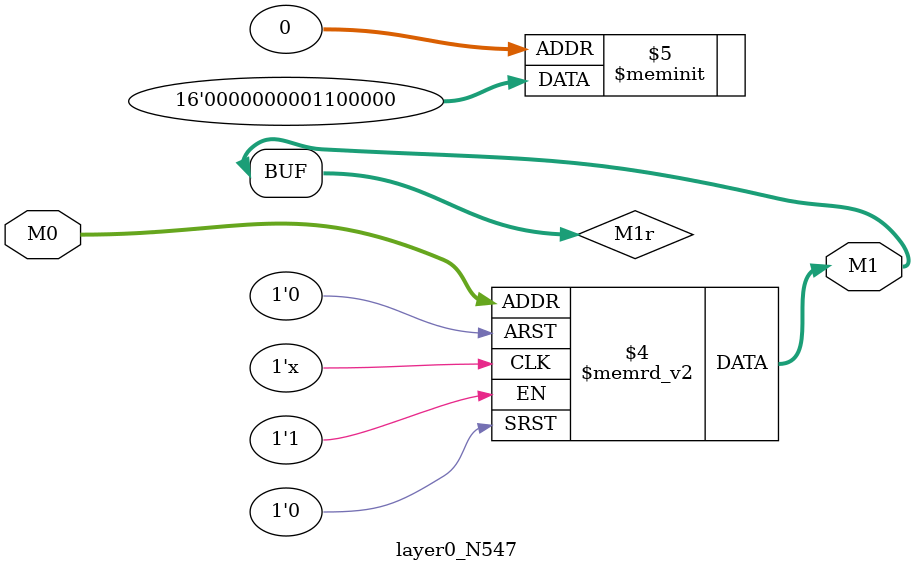
<source format=v>
module layer0_N547 ( input [2:0] M0, output [1:0] M1 );

	(*rom_style = "distributed" *) reg [1:0] M1r;
	assign M1 = M1r;
	always @ (M0) begin
		case (M0)
			3'b000: M1r = 2'b00;
			3'b100: M1r = 2'b00;
			3'b010: M1r = 2'b10;
			3'b110: M1r = 2'b00;
			3'b001: M1r = 2'b00;
			3'b101: M1r = 2'b00;
			3'b011: M1r = 2'b01;
			3'b111: M1r = 2'b00;

		endcase
	end
endmodule

</source>
